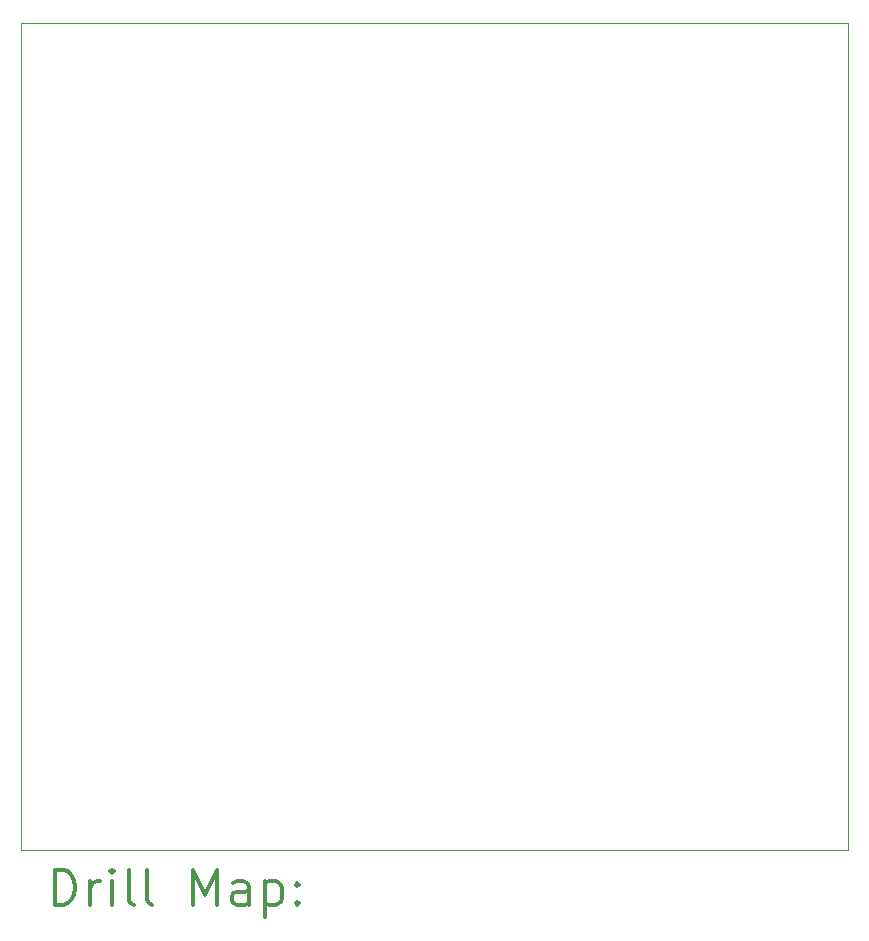
<source format=gbr>
%FSLAX45Y45*%
G04 Gerber Fmt 4.5, Leading zero omitted, Abs format (unit mm)*
G04 Created by KiCad (PCBNEW (5.1.5-0)) date 2022-02-24 14:37:57*
%MOMM*%
%LPD*%
G04 APERTURE LIST*
%TA.AperFunction,Profile*%
%ADD10C,0.050000*%
%TD*%
%ADD11C,0.200000*%
%ADD12C,0.300000*%
G04 APERTURE END LIST*
D10*
X11000000Y-12000000D02*
X11000000Y-5000000D01*
X18000000Y-12000000D02*
X11000000Y-12000000D01*
X18000000Y-5000000D02*
X18000000Y-12000000D01*
X11000000Y-5000000D02*
X18000000Y-5000000D01*
D11*
D12*
X11283928Y-12468214D02*
X11283928Y-12168214D01*
X11355357Y-12168214D01*
X11398214Y-12182500D01*
X11426786Y-12211071D01*
X11441071Y-12239643D01*
X11455357Y-12296786D01*
X11455357Y-12339643D01*
X11441071Y-12396786D01*
X11426786Y-12425357D01*
X11398214Y-12453929D01*
X11355357Y-12468214D01*
X11283928Y-12468214D01*
X11583928Y-12468214D02*
X11583928Y-12268214D01*
X11583928Y-12325357D02*
X11598214Y-12296786D01*
X11612500Y-12282500D01*
X11641071Y-12268214D01*
X11669643Y-12268214D01*
X11769643Y-12468214D02*
X11769643Y-12268214D01*
X11769643Y-12168214D02*
X11755357Y-12182500D01*
X11769643Y-12196786D01*
X11783928Y-12182500D01*
X11769643Y-12168214D01*
X11769643Y-12196786D01*
X11955357Y-12468214D02*
X11926786Y-12453929D01*
X11912500Y-12425357D01*
X11912500Y-12168214D01*
X12112500Y-12468214D02*
X12083928Y-12453929D01*
X12069643Y-12425357D01*
X12069643Y-12168214D01*
X12455357Y-12468214D02*
X12455357Y-12168214D01*
X12555357Y-12382500D01*
X12655357Y-12168214D01*
X12655357Y-12468214D01*
X12926786Y-12468214D02*
X12926786Y-12311071D01*
X12912500Y-12282500D01*
X12883928Y-12268214D01*
X12826786Y-12268214D01*
X12798214Y-12282500D01*
X12926786Y-12453929D02*
X12898214Y-12468214D01*
X12826786Y-12468214D01*
X12798214Y-12453929D01*
X12783928Y-12425357D01*
X12783928Y-12396786D01*
X12798214Y-12368214D01*
X12826786Y-12353929D01*
X12898214Y-12353929D01*
X12926786Y-12339643D01*
X13069643Y-12268214D02*
X13069643Y-12568214D01*
X13069643Y-12282500D02*
X13098214Y-12268214D01*
X13155357Y-12268214D01*
X13183928Y-12282500D01*
X13198214Y-12296786D01*
X13212500Y-12325357D01*
X13212500Y-12411071D01*
X13198214Y-12439643D01*
X13183928Y-12453929D01*
X13155357Y-12468214D01*
X13098214Y-12468214D01*
X13069643Y-12453929D01*
X13341071Y-12439643D02*
X13355357Y-12453929D01*
X13341071Y-12468214D01*
X13326786Y-12453929D01*
X13341071Y-12439643D01*
X13341071Y-12468214D01*
X13341071Y-12282500D02*
X13355357Y-12296786D01*
X13341071Y-12311071D01*
X13326786Y-12296786D01*
X13341071Y-12282500D01*
X13341071Y-12311071D01*
M02*

</source>
